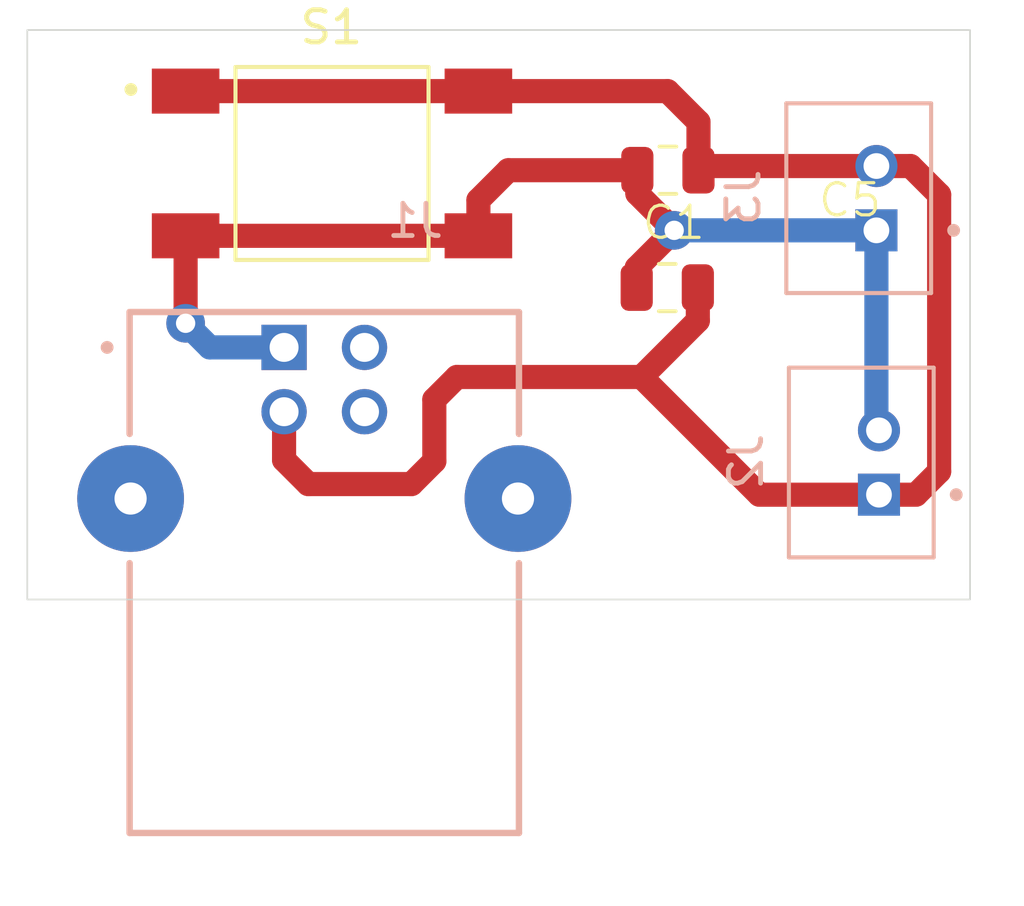
<source format=kicad_pcb>
(kicad_pcb (version 20240108) (generator "pcbnew") (generator_version "8.0")
  (layers (0 "F.Cu" signal) (31 "B.Cu" signal) (34 "B.Paste" user) (35 "F.Paste" user) (36 "B.SilkS" user "B.Silkscreen") (37 "F.SilkS" user "F.Silkscreen") (38 "B.Mask" user) (39 "F.Mask" user) (44 "Edge.Cuts" user))
  (net 0 "")
  (net 1 "GND")
  (net 2 "+5V")
  (net 3 "D-")
  (net 4 "D+")
  (footprint "PVA_board:C-0805" (layer "F.Cu") (at 127.79 89.31)
    (property "Reference" "C1" (at 0.2 -2.02 0) (layer "F.SilkS") (effects (font (thickness 0.1))))
    (property "Value" "1uF")
    (fp_line (start -0.261252 -0.735) (end 0.261252 -0.735) (stroke (width 0.12)) (layer "F.SilkS"))
    (fp_line (start -0.261252 0.735) (end 0.261252 0.735) (stroke (width 0.12)) (layer "F.SilkS"))
    (pad "1" smd roundrect (at -0.95 0) (size 1 1.45) (layers "F.Cu" "F.Paste" "F.Mask") (net 2 "+5V"))
    (pad "2" smd roundrect (at 0.95 0) (size 1 1.45) (layers "F.Cu" "F.Paste" "F.Mask") (net 1 "GND"))
  )
  (footprint "PVA_board:C-0805" (layer "F.Cu") (at 127.81 85.66)
    (property "Reference" "C5" (at 5.66 0.93 0) (layer "F.SilkS") (effects (font (thickness 0.1))))
    (property "Value" "1uF")
    (fp_line (start -0.261252 -0.735) (end 0.261252 -0.735) (stroke (width 0.12)) (layer "F.SilkS"))
    (fp_line (start -0.261252 0.735) (end 0.261252 0.735) (stroke (width 0.12)) (layer "F.SilkS"))
    (pad "1" smd roundrect (at -0.95 0) (size 1 1.45) (layers "F.Cu" "F.Paste" "F.Mask") (net 2 "+5V"))
    (pad "2" smd roundrect (at 0.95 0) (size 1 1.45) (layers "F.Cu" "F.Paste" "F.Mask") (net 1 "GND"))
  )
  (footprint "PVA_board:SW_4pin_SMD" (layer "F.Cu") (at 117.37 85.45)
    (property "Reference" "S1" (at -0.025 -4.235 0) (layer "F.SilkS"))
    (property "Value" "1571527-2")
    (fp_line (start -3 3) (end -3 -3) (stroke (width 0.127)) (layer "F.SilkS"))
    (fp_line (start 3 -3) (end -3 -3) (stroke (width 0.127)) (layer "F.SilkS"))
    (fp_line (start 3 -3) (end 3 3) (stroke (width 0.127)) (layer "F.SilkS"))
    (fp_line (start 3 3) (end -3 3) (stroke (width 0.127)) (layer "F.SilkS"))
    (fp_circle (center -6.25 -2.3) (end -6.15 -2.3) (stroke (width 0.2)) (fill none) (layer "F.SilkS"))
    (pad "1" smd rect (at -4.55 -2.25) (size 2.1 1.4) (layers "F.Cu" "F.Paste" "F.Mask") (net 1 "GND"))
    (pad "2" smd rect (at 4.55 -2.25) (size 2.1 1.4) (layers "F.Cu" "F.Paste" "F.Mask") (net 1 "GND"))
    (pad "3" smd rect (at -4.55 2.25) (size 2.1 1.4) (layers "F.Cu" "F.Paste" "F.Mask") (net 2 "+5V"))
    (pad "4" smd rect (at 4.55 2.25) (size 2.1 1.4) (layers "F.Cu" "F.Paste" "F.Mask") (net 2 "+5V"))
  )
  (footprint "PVA_board:JST_B2B-PH" (layer "B.Cu") (at 134.29 86.53 -90)
    (property "Reference" "J3" (at -0.025 4.135 90) (layer "B.SilkS") (effects (justify mirror)))
    (property "Value" "Audio_L")
    (fp_line (start -2.95 2.8) (end -2.95 -1.7) (stroke (width 0.127)) (layer "B.SilkS"))
    (fp_line (start 2.95 2.8) (end -2.95 2.8) (stroke (width 0.127)) (layer "B.SilkS"))
    (fp_line (start -2.95 -1.7) (end 2.95 -1.7) (stroke (width 0.127)) (layer "B.SilkS"))
    (fp_line (start 2.95 -1.7) (end 2.95 2.8) (stroke (width 0.127)) (layer "B.SilkS"))
    (fp_circle (center 1 -2.4) (end 1.1 -2.4) (stroke (width 0.2)) (fill none) (layer "B.SilkS"))
    (pad "1" thru_hole rect (at 1 0 270) (size 1.308 1.308) (drill 0.8) (layers "*.Cu" "*.Mask") (net 2 "+5V"))
    (pad "2" thru_hole circle (at -1 0 270) (size 1.308 1.308) (drill 0.8) (layers "*.Cu" "*.Mask") (net 1 "GND"))
  )
  (footprint "PVA_board:SAMTEC_USB-B-S-X-X-TH" (layer "B.Cu") (at 117.13 98.87 180)
    (property "Reference" "J1" (at -2.825 11.635 0) (layer "B.SilkS") (effects (justify mirror)))
    (property "Value" "USB-B")
    (fp_line (start 6.05 8.8) (end -6.05 8.8) (stroke (width 0.2)) (layer "B.SilkS"))
    (fp_line (start 6.05 5.01) (end 6.05 8.8) (stroke (width 0.2)) (layer "B.SilkS"))
    (fp_line (start 6.05 -7.4) (end 6.05 0.99) (stroke (width 0.2)) (layer "B.SilkS"))
    (fp_line (start -6.05 8.8) (end -6.05 5.01) (stroke (width 0.2)) (layer "B.SilkS"))
    (fp_line (start -6.05 0.99) (end -6.05 -7.4) (stroke (width 0.2)) (layer "B.SilkS"))
    (fp_line (start -6.05 -7.4) (end 6.05 -7.4) (stroke (width 0.2)) (layer "B.SilkS"))
    (fp_circle (center 6.75 7.7) (end 6.85 7.7) (stroke (width 0.2)) (fill none) (layer "B.SilkS"))
    (pad "1" thru_hole rect (at 1.25 7.7 180) (size 1.408 1.408) (drill 0.9) (layers "*.Cu" "*.Mask") (net 2 "+5V"))
    (pad "2" thru_hole circle (at -1.25 7.7 180) (size 1.408 1.408) (drill 0.9) (layers "*.Cu" "*.Mask") (net 3 "D-"))
    (pad "3" thru_hole circle (at -1.25 5.7 180) (size 1.408 1.408) (drill 0.9) (layers "*.Cu" "*.Mask") (net 4 "D+"))
    (pad "4" thru_hole circle (at 1.25 5.7 180) (size 1.408 1.408) (drill 0.9) (layers "*.Cu" "*.Mask") (net 1 "GND"))
    (pad "S1" thru_hole circle (at -6.02 3 180) (size 3.316 3.316) (drill 1) (layers "*.Cu" "*.Mask") (net 1 "GND"))
    (pad "S2" thru_hole circle (at 6.02 3 180) (size 3.316 3.316) (drill 1) (layers "*.Cu" "*.Mask") (net 1 "GND"))
  )
  (footprint "PVA_board:JST_B2B-PH" (layer "B.Cu") (at 134.37 94.75 -90)
    (property "Reference" "J2" (at -0.025 4.135 90) (layer "B.SilkS") (effects (justify mirror)))
    (property "Value" "Audio_R")
    (fp_line (start -2.95 2.8) (end -2.95 -1.7) (stroke (width 0.127)) (layer "B.SilkS"))
    (fp_line (start 2.95 2.8) (end -2.95 2.8) (stroke (width 0.127)) (layer "B.SilkS"))
    (fp_line (start -2.95 -1.7) (end 2.95 -1.7) (stroke (width 0.127)) (layer "B.SilkS"))
    (fp_line (start 2.95 -1.7) (end 2.95 2.8) (stroke (width 0.127)) (layer "B.SilkS"))
    (fp_circle (center 1 -2.4) (end 1.1 -2.4) (stroke (width 0.2)) (fill none) (layer "B.SilkS"))
    (pad "1" thru_hole rect (at 1 0 270) (size 1.308 1.308) (drill 0.8) (layers "*.Cu" "*.Mask") (net 1 "GND"))
    (pad "2" thru_hole circle (at -1 0 270) (size 1.308 1.308) (drill 0.8) (layers "*.Cu" "*.Mask") (net 2 "+5V"))
  )
  (gr_rect (start 107.9 81.3) (end 137.2 99.01) (stroke (width 0.05)) (fill none) (layer "Edge.Cuts"))
  (segment (start 119.84 95.42) (end 120.55 94.71) (width 0.75) (layer "F.Cu") (net 1))
  (segment (start 127.8 83.2) (end 128.76 84.16) (width 0.75) (layer "F.Cu") (net 1))
  (segment (start 135.52 95.75) (end 134.37 95.75) (width 0.75) (layer "F.Cu") (net 1))
  (segment (start 128.89 85.53) (end 128.76 85.66) (width 0.75) (layer "F.Cu") (net 1))
  (segment (start 128.76 84.16) (end 128.76 85.66) (width 0.75) (layer "F.Cu") (net 1))
  (segment (start 135.35 85.53) (end 136.24 86.42) (width 0.75) (layer "F.Cu") (net 1))
  (segment (start 121.25 92.09) (end 126.99 92.09) (width 0.75) (layer "F.Cu") (net 1))
  (segment (start 136.24 95.03) (end 135.52 95.75) (width 0.75) (layer "F.Cu") (net 1))
  (segment (start 120.55 94.71) (end 120.55 92.79) (width 0.75) (layer "F.Cu") (net 1))
  (segment (start 115.88 94.67) (end 116.63 95.42) (width 0.75) (layer "F.Cu") (net 1))
  (segment (start 134.29 85.53) (end 128.89 85.53) (width 0.75) (layer "F.Cu") (net 1))
  (segment (start 115.88 93.17) (end 115.88 94.67) (width 0.75) (layer "F.Cu") (net 1))
  (segment (start 120.55 92.79) (end 121.25 92.09) (width 0.75) (layer "F.Cu") (net 1))
  (segment (start 116.63 95.42) (end 119.84 95.42) (width 0.75) (layer "F.Cu") (net 1))
  (segment (start 112.82 83.2) (end 121.92 83.2) (width 0.75) (layer "F.Cu") (net 1))
  (segment (start 134.37 95.75) (end 130.65 95.75) (width 0.75) (layer "F.Cu") (net 1))
  (segment (start 126.99 92.09) (end 128.74 90.34) (width 0.75) (layer "F.Cu") (net 1))
  (segment (start 130.65 95.75) (end 126.99 92.09) (width 0.75) (layer "F.Cu") (net 1))
  (segment (start 128.74 90.34) (end 128.74 89.31) (width 0.75) (layer "F.Cu") (net 1))
  (segment (start 134.29 85.53) (end 135.35 85.53) (width 0.75) (layer "F.Cu") (net 1))
  (segment (start 121.92 83.2) (end 127.8 83.2) (width 0.75) (layer "F.Cu") (net 1))
  (segment (start 136.24 86.42) (end 136.24 95.03) (width 0.75) (layer "F.Cu") (net 1))
  (segment (start 121.92 86.59) (end 122.85 85.66) (width 0.75) (layer "F.Cu") (net 2))
  (segment (start 122.85 85.66) (end 126.86 85.66) (width 0.75) (layer "F.Cu") (net 2))
  (segment (start 134.29 93.67) (end 134.37 93.75) (width 0.75) (layer "F.Cu") (net 2))
  (segment (start 112.82 87.7) (end 112.82 90.42) (width 0.75) (layer "F.Cu") (net 2))
  (segment (start 121.92 87.7) (end 121.92 86.59) (width 0.75) (layer "F.Cu") (net 2))
  (segment (start 128.005 87.53) (end 126.84 88.695) (width 0.75) (layer "F.Cu") (net 2))
  (segment (start 126.86 89.29) (end 126.84 89.31) (width 0.75) (layer "F.Cu") (net 2))
  (segment (start 126.84 88.695) (end 126.84 89.31) (width 0.75) (layer "F.Cu") (net 2))
  (segment (start 121.92 87.7) (end 112.82 87.7) (width 0.75) (layer "F.Cu") (net 2))
  (segment (start 126.86 86.385) (end 126.86 85.66) (width 0.75) (layer "F.Cu") (net 2))
  (segment (start 128.005 87.53) (end 126.86 86.385) (width 0.75) (layer "F.Cu") (net 2))
  (via (at 112.82 90.42) (size 1.2) (drill 0.6) (layers "F.Cu" "B.Cu") (net 2))
  (via (at 128.005 87.53) (size 1.2) (drill 0.6) (layers "F.Cu" "B.Cu") (net 2))
  (segment (start 134.29 87.53) (end 134.29 93.67) (width 0.75) (layer "B.Cu") (net 2))
  (segment (start 134.29 87.53) (end 128.005 87.53) (width 0.75) (layer "B.Cu") (net 2))
  (segment (start 115.88 91.17) (end 113.57 91.17) (width 0.75) (layer "B.Cu") (net 2))
  (segment (start 113.57 91.17) (end 112.82 90.42) (width 0.75) (layer "B.Cu") (net 2))
  (segment (start 134.29 93.67) (end 134.37 93.75) (width 0.75) (layer "B.Cu") (net 2))
)
</source>
